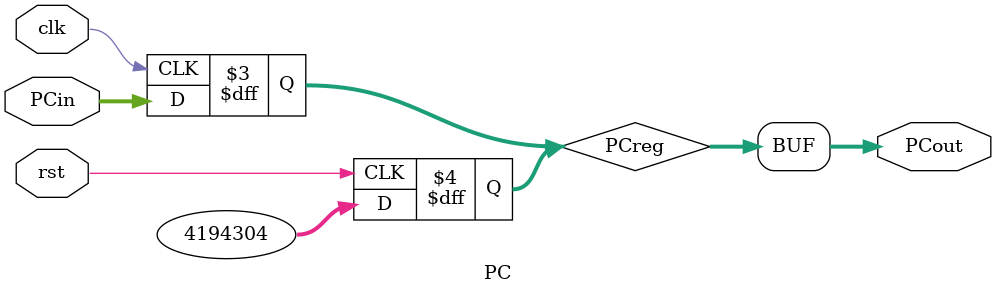
<source format=v>
`timescale 1ns / 1ps


module PC(
    input clk, rst,
    input [31:0] PCin,
    output [31:0] PCout
);

    reg [31:0] PCreg;
    
    always @ (posedge rst) begin
        PCreg <= 32'h00400000;
    end
    
    always @ (posedge clk) begin
        PCreg <= PCin;
    end
    
    assign PCout = PCreg;

endmodule

</source>
